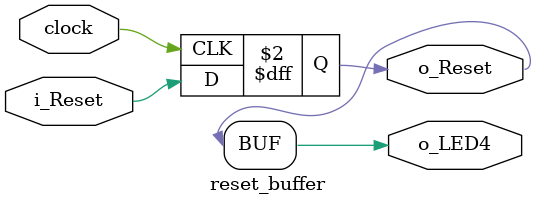
<source format=v>
module reset_buffer(clock, i_Reset, o_Reset, o_LED4);

input clock, i_Reset;
output reg o_Reset;
output o_LED4;
assign o_LED4 = o_Reset;
always @(posedge clock)
	begin					
			o_Reset <= i_Reset;				
	end
endmodule

</source>
